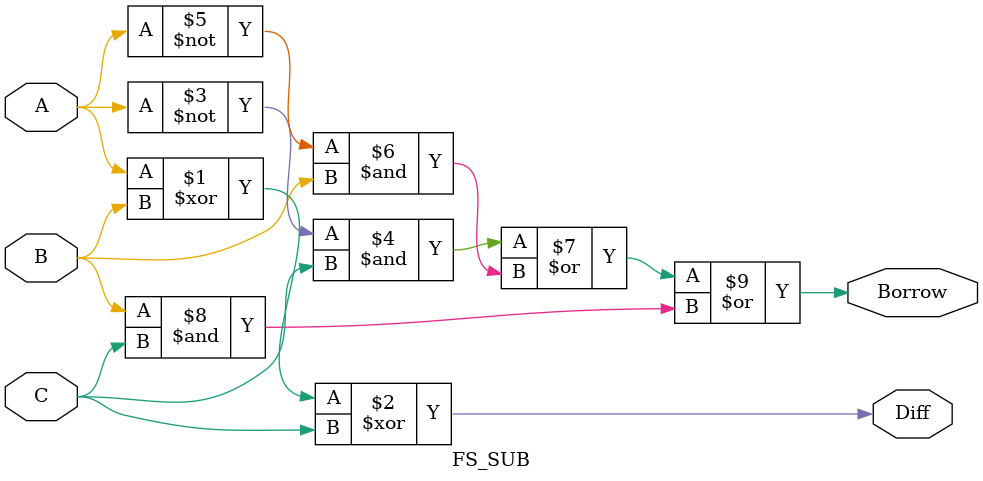
<source format=v>
`timescale 1ns / 1ps

// Module Name: FS_SUB

//////////////////////////////////////////////////////////////////////////////////


module FS_SUB(
    input A,
    input B,
    input C,
    output Diff,
    output Borrow
    );
    
    assign Diff = (A ^ B) ^ C,
           Borrow  = (~A & C) | (~A & B) | (B & C);
endmodule

</source>
